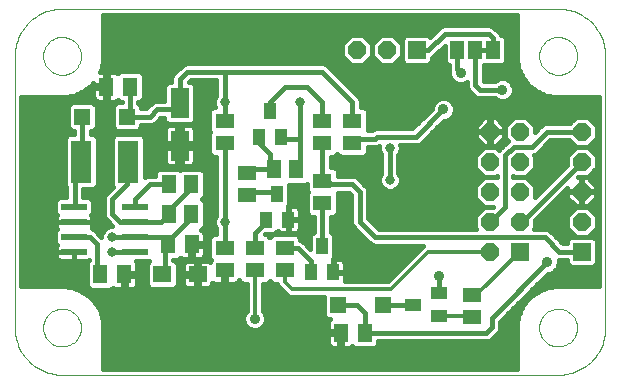
<source format=gtl>
G75*
G70*
%OFA0B0*%
%FSLAX24Y24*%
%IPPOS*%
%LPD*%
%AMOC8*
5,1,8,0,0,1.08239X$1,22.5*
%
%ADD10R,0.0630X0.0512*%
%ADD11R,0.0512X0.0630*%
%ADD12R,0.0866X0.0236*%
%ADD13R,0.0630X0.1024*%
%ADD14R,0.0630X0.0551*%
%ADD15R,0.0600X0.0600*%
%ADD16OC8,0.0600*%
%ADD17R,0.0709X0.1417*%
%ADD18R,0.0551X0.0551*%
%ADD19R,0.0460X0.0630*%
%ADD20R,0.0551X0.0394*%
%ADD21R,0.0394X0.0551*%
%ADD22C,0.0000*%
%ADD23C,0.0160*%
%ADD24C,0.0320*%
%ADD25C,0.0356*%
%ADD26C,0.0120*%
D10*
X010900Y006895D03*
X011900Y006895D03*
X011900Y007643D03*
X010900Y007643D03*
X012900Y007643D03*
X012900Y006895D03*
X014150Y009145D03*
X014150Y009893D03*
X014150Y011145D03*
X015150Y011145D03*
X015150Y011893D03*
X014150Y011893D03*
X011650Y010143D03*
X011650Y009395D03*
X010900Y011145D03*
X010900Y011893D03*
X019154Y006092D03*
X019154Y005344D03*
D11*
X015558Y004814D03*
X014771Y004814D03*
X009794Y007769D03*
X009007Y007769D03*
X009026Y008769D03*
X009774Y008769D03*
X009774Y009769D03*
X009026Y009769D03*
X012526Y010269D03*
X013274Y010269D03*
X007741Y013019D03*
X006954Y013019D03*
X006757Y006769D03*
X007544Y006769D03*
D12*
X007924Y007519D03*
X007924Y008019D03*
X007924Y008519D03*
X007924Y009019D03*
X005877Y009019D03*
X005877Y008519D03*
X005877Y008019D03*
X005877Y007519D03*
D13*
X009400Y011060D03*
X009400Y012478D03*
D14*
X008810Y006769D03*
X009991Y006769D03*
D15*
X020739Y007519D03*
X022798Y007519D03*
X017302Y014243D03*
D16*
X016302Y014243D03*
X015302Y014243D03*
X019739Y011519D03*
X020739Y011519D03*
X020739Y010519D03*
X019739Y010519D03*
X019739Y009519D03*
X020739Y009519D03*
X020739Y008519D03*
X019739Y008519D03*
X019739Y007519D03*
X022798Y008519D03*
X022798Y009519D03*
X022798Y010519D03*
X022798Y011519D03*
D17*
X007688Y010519D03*
X006113Y010519D03*
D18*
X006152Y012019D03*
X007649Y012019D03*
X014670Y005743D03*
X016166Y005743D03*
D19*
X018655Y014243D03*
X019255Y014243D03*
X019855Y014243D03*
D20*
X018035Y006130D03*
X017169Y005756D03*
X018035Y005382D03*
D21*
X014524Y006836D03*
X013776Y006836D03*
X014150Y007702D03*
X013024Y008586D03*
X012276Y008586D03*
X012650Y009452D03*
X012774Y011336D03*
X012026Y011336D03*
X012400Y012202D03*
D22*
X005475Y003417D02*
X022011Y003417D01*
X022011Y003416D02*
X022088Y003418D01*
X022165Y003424D01*
X022242Y003433D01*
X022318Y003446D01*
X022394Y003463D01*
X022468Y003484D01*
X022542Y003508D01*
X022614Y003536D01*
X022684Y003567D01*
X022753Y003602D01*
X022821Y003640D01*
X022886Y003681D01*
X022949Y003726D01*
X023010Y003774D01*
X023069Y003824D01*
X023125Y003877D01*
X023178Y003933D01*
X023228Y003992D01*
X023276Y004053D01*
X023321Y004116D01*
X023362Y004181D01*
X023400Y004249D01*
X023435Y004318D01*
X023466Y004388D01*
X023494Y004460D01*
X023518Y004534D01*
X023539Y004608D01*
X023556Y004684D01*
X023569Y004760D01*
X023578Y004837D01*
X023584Y004914D01*
X023586Y004991D01*
X023586Y014047D01*
X023584Y014124D01*
X023578Y014201D01*
X023569Y014278D01*
X023556Y014354D01*
X023539Y014430D01*
X023518Y014504D01*
X023494Y014578D01*
X023466Y014650D01*
X023435Y014720D01*
X023400Y014789D01*
X023362Y014857D01*
X023321Y014922D01*
X023276Y014985D01*
X023228Y015046D01*
X023178Y015105D01*
X023125Y015161D01*
X023069Y015214D01*
X023010Y015264D01*
X022949Y015312D01*
X022886Y015357D01*
X022821Y015398D01*
X022753Y015436D01*
X022684Y015471D01*
X022614Y015502D01*
X022542Y015530D01*
X022468Y015554D01*
X022394Y015575D01*
X022318Y015592D01*
X022242Y015605D01*
X022165Y015614D01*
X022088Y015620D01*
X022011Y015622D01*
X022011Y015621D02*
X005475Y015621D01*
X005475Y015622D02*
X005398Y015620D01*
X005321Y015614D01*
X005244Y015605D01*
X005168Y015592D01*
X005092Y015575D01*
X005018Y015554D01*
X004944Y015530D01*
X004872Y015502D01*
X004802Y015471D01*
X004733Y015436D01*
X004665Y015398D01*
X004600Y015357D01*
X004537Y015312D01*
X004476Y015264D01*
X004417Y015214D01*
X004361Y015161D01*
X004308Y015105D01*
X004258Y015046D01*
X004210Y014985D01*
X004165Y014922D01*
X004124Y014857D01*
X004086Y014789D01*
X004051Y014720D01*
X004020Y014650D01*
X003992Y014578D01*
X003968Y014504D01*
X003947Y014430D01*
X003930Y014354D01*
X003917Y014278D01*
X003908Y014201D01*
X003902Y014124D01*
X003900Y014047D01*
X003900Y004991D01*
X003902Y004914D01*
X003908Y004837D01*
X003917Y004760D01*
X003930Y004684D01*
X003947Y004608D01*
X003968Y004534D01*
X003992Y004460D01*
X004020Y004388D01*
X004051Y004318D01*
X004086Y004249D01*
X004124Y004181D01*
X004165Y004116D01*
X004210Y004053D01*
X004258Y003992D01*
X004308Y003933D01*
X004361Y003877D01*
X004417Y003824D01*
X004476Y003774D01*
X004537Y003726D01*
X004600Y003681D01*
X004665Y003640D01*
X004733Y003602D01*
X004802Y003567D01*
X004872Y003536D01*
X004944Y003508D01*
X005018Y003484D01*
X005092Y003463D01*
X005168Y003446D01*
X005244Y003433D01*
X005321Y003424D01*
X005398Y003418D01*
X005475Y003416D01*
X004845Y004991D02*
X004847Y005041D01*
X004853Y005091D01*
X004863Y005140D01*
X004877Y005188D01*
X004894Y005235D01*
X004915Y005280D01*
X004940Y005324D01*
X004968Y005365D01*
X005000Y005404D01*
X005034Y005441D01*
X005071Y005475D01*
X005111Y005505D01*
X005153Y005532D01*
X005197Y005556D01*
X005243Y005577D01*
X005290Y005593D01*
X005338Y005606D01*
X005388Y005615D01*
X005437Y005620D01*
X005488Y005621D01*
X005538Y005618D01*
X005587Y005611D01*
X005636Y005600D01*
X005684Y005585D01*
X005730Y005567D01*
X005775Y005545D01*
X005818Y005519D01*
X005859Y005490D01*
X005898Y005458D01*
X005934Y005423D01*
X005966Y005385D01*
X005996Y005345D01*
X006023Y005302D01*
X006046Y005258D01*
X006065Y005212D01*
X006081Y005164D01*
X006093Y005115D01*
X006101Y005066D01*
X006105Y005016D01*
X006105Y004966D01*
X006101Y004916D01*
X006093Y004867D01*
X006081Y004818D01*
X006065Y004770D01*
X006046Y004724D01*
X006023Y004680D01*
X005996Y004637D01*
X005966Y004597D01*
X005934Y004559D01*
X005898Y004524D01*
X005859Y004492D01*
X005818Y004463D01*
X005775Y004437D01*
X005730Y004415D01*
X005684Y004397D01*
X005636Y004382D01*
X005587Y004371D01*
X005538Y004364D01*
X005488Y004361D01*
X005437Y004362D01*
X005388Y004367D01*
X005338Y004376D01*
X005290Y004389D01*
X005243Y004405D01*
X005197Y004426D01*
X005153Y004450D01*
X005111Y004477D01*
X005071Y004507D01*
X005034Y004541D01*
X005000Y004578D01*
X004968Y004617D01*
X004940Y004658D01*
X004915Y004702D01*
X004894Y004747D01*
X004877Y004794D01*
X004863Y004842D01*
X004853Y004891D01*
X004847Y004941D01*
X004845Y004991D01*
X004845Y014047D02*
X004847Y014097D01*
X004853Y014147D01*
X004863Y014196D01*
X004877Y014244D01*
X004894Y014291D01*
X004915Y014336D01*
X004940Y014380D01*
X004968Y014421D01*
X005000Y014460D01*
X005034Y014497D01*
X005071Y014531D01*
X005111Y014561D01*
X005153Y014588D01*
X005197Y014612D01*
X005243Y014633D01*
X005290Y014649D01*
X005338Y014662D01*
X005388Y014671D01*
X005437Y014676D01*
X005488Y014677D01*
X005538Y014674D01*
X005587Y014667D01*
X005636Y014656D01*
X005684Y014641D01*
X005730Y014623D01*
X005775Y014601D01*
X005818Y014575D01*
X005859Y014546D01*
X005898Y014514D01*
X005934Y014479D01*
X005966Y014441D01*
X005996Y014401D01*
X006023Y014358D01*
X006046Y014314D01*
X006065Y014268D01*
X006081Y014220D01*
X006093Y014171D01*
X006101Y014122D01*
X006105Y014072D01*
X006105Y014022D01*
X006101Y013972D01*
X006093Y013923D01*
X006081Y013874D01*
X006065Y013826D01*
X006046Y013780D01*
X006023Y013736D01*
X005996Y013693D01*
X005966Y013653D01*
X005934Y013615D01*
X005898Y013580D01*
X005859Y013548D01*
X005818Y013519D01*
X005775Y013493D01*
X005730Y013471D01*
X005684Y013453D01*
X005636Y013438D01*
X005587Y013427D01*
X005538Y013420D01*
X005488Y013417D01*
X005437Y013418D01*
X005388Y013423D01*
X005338Y013432D01*
X005290Y013445D01*
X005243Y013461D01*
X005197Y013482D01*
X005153Y013506D01*
X005111Y013533D01*
X005071Y013563D01*
X005034Y013597D01*
X005000Y013634D01*
X004968Y013673D01*
X004940Y013714D01*
X004915Y013758D01*
X004894Y013803D01*
X004877Y013850D01*
X004863Y013898D01*
X004853Y013947D01*
X004847Y013997D01*
X004845Y014047D01*
X021381Y014047D02*
X021383Y014097D01*
X021389Y014147D01*
X021399Y014196D01*
X021413Y014244D01*
X021430Y014291D01*
X021451Y014336D01*
X021476Y014380D01*
X021504Y014421D01*
X021536Y014460D01*
X021570Y014497D01*
X021607Y014531D01*
X021647Y014561D01*
X021689Y014588D01*
X021733Y014612D01*
X021779Y014633D01*
X021826Y014649D01*
X021874Y014662D01*
X021924Y014671D01*
X021973Y014676D01*
X022024Y014677D01*
X022074Y014674D01*
X022123Y014667D01*
X022172Y014656D01*
X022220Y014641D01*
X022266Y014623D01*
X022311Y014601D01*
X022354Y014575D01*
X022395Y014546D01*
X022434Y014514D01*
X022470Y014479D01*
X022502Y014441D01*
X022532Y014401D01*
X022559Y014358D01*
X022582Y014314D01*
X022601Y014268D01*
X022617Y014220D01*
X022629Y014171D01*
X022637Y014122D01*
X022641Y014072D01*
X022641Y014022D01*
X022637Y013972D01*
X022629Y013923D01*
X022617Y013874D01*
X022601Y013826D01*
X022582Y013780D01*
X022559Y013736D01*
X022532Y013693D01*
X022502Y013653D01*
X022470Y013615D01*
X022434Y013580D01*
X022395Y013548D01*
X022354Y013519D01*
X022311Y013493D01*
X022266Y013471D01*
X022220Y013453D01*
X022172Y013438D01*
X022123Y013427D01*
X022074Y013420D01*
X022024Y013417D01*
X021973Y013418D01*
X021924Y013423D01*
X021874Y013432D01*
X021826Y013445D01*
X021779Y013461D01*
X021733Y013482D01*
X021689Y013506D01*
X021647Y013533D01*
X021607Y013563D01*
X021570Y013597D01*
X021536Y013634D01*
X021504Y013673D01*
X021476Y013714D01*
X021451Y013758D01*
X021430Y013803D01*
X021413Y013850D01*
X021399Y013898D01*
X021389Y013947D01*
X021383Y013997D01*
X021381Y014047D01*
X021381Y004991D02*
X021383Y005041D01*
X021389Y005091D01*
X021399Y005140D01*
X021413Y005188D01*
X021430Y005235D01*
X021451Y005280D01*
X021476Y005324D01*
X021504Y005365D01*
X021536Y005404D01*
X021570Y005441D01*
X021607Y005475D01*
X021647Y005505D01*
X021689Y005532D01*
X021733Y005556D01*
X021779Y005577D01*
X021826Y005593D01*
X021874Y005606D01*
X021924Y005615D01*
X021973Y005620D01*
X022024Y005621D01*
X022074Y005618D01*
X022123Y005611D01*
X022172Y005600D01*
X022220Y005585D01*
X022266Y005567D01*
X022311Y005545D01*
X022354Y005519D01*
X022395Y005490D01*
X022434Y005458D01*
X022470Y005423D01*
X022502Y005385D01*
X022532Y005345D01*
X022559Y005302D01*
X022582Y005258D01*
X022601Y005212D01*
X022617Y005164D01*
X022629Y005115D01*
X022637Y005066D01*
X022641Y005016D01*
X022641Y004966D01*
X022637Y004916D01*
X022629Y004867D01*
X022617Y004818D01*
X022601Y004770D01*
X022582Y004724D01*
X022559Y004680D01*
X022532Y004637D01*
X022502Y004597D01*
X022470Y004559D01*
X022434Y004524D01*
X022395Y004492D01*
X022354Y004463D01*
X022311Y004437D01*
X022266Y004415D01*
X022220Y004397D01*
X022172Y004382D01*
X022123Y004371D01*
X022074Y004364D01*
X022024Y004361D01*
X021973Y004362D01*
X021924Y004367D01*
X021874Y004376D01*
X021826Y004389D01*
X021779Y004405D01*
X021733Y004426D01*
X021689Y004450D01*
X021647Y004477D01*
X021607Y004507D01*
X021570Y004541D01*
X021536Y004578D01*
X021504Y004617D01*
X021476Y004658D01*
X021451Y004702D01*
X021430Y004747D01*
X021413Y004794D01*
X021399Y004842D01*
X021389Y004891D01*
X021383Y004941D01*
X021381Y004991D01*
D23*
X020635Y005080D02*
X020630Y005074D01*
X020630Y004999D01*
X020624Y004923D01*
X020630Y004917D01*
X020630Y003617D01*
X006856Y003617D01*
X006856Y004917D01*
X006862Y004923D01*
X006856Y004999D01*
X006856Y005074D01*
X006851Y005080D01*
X006849Y005107D01*
X006857Y005121D01*
X006843Y005188D01*
X006838Y005256D01*
X006826Y005267D01*
X006818Y005302D01*
X006825Y005316D01*
X006801Y005381D01*
X006786Y005448D01*
X006773Y005456D01*
X006760Y005490D01*
X006765Y005505D01*
X006732Y005565D01*
X006708Y005630D01*
X006693Y005636D01*
X006676Y005667D01*
X006679Y005684D01*
X006637Y005738D01*
X006605Y005799D01*
X006589Y005803D01*
X006568Y005832D01*
X006568Y005848D01*
X006519Y005896D01*
X006478Y005951D01*
X006462Y005953D01*
X006437Y005978D01*
X006435Y005995D01*
X006380Y006036D01*
X006332Y006084D01*
X006315Y006084D01*
X006287Y006105D01*
X006282Y006121D01*
X006222Y006154D01*
X006167Y006195D01*
X006151Y006193D01*
X006120Y006209D01*
X006113Y006224D01*
X006049Y006248D01*
X005989Y006281D01*
X005973Y006276D01*
X005940Y006289D01*
X005931Y006303D01*
X005864Y006317D01*
X005800Y006341D01*
X005786Y006334D01*
X005751Y006342D01*
X005740Y006354D01*
X005672Y006359D01*
X005605Y006374D01*
X005591Y006365D01*
X005564Y006367D01*
X005558Y006373D01*
X005482Y006373D01*
X005407Y006378D01*
X005401Y006373D01*
X004100Y006373D01*
X004100Y012666D01*
X005401Y012666D01*
X005407Y012660D01*
X005482Y012666D01*
X005558Y012666D01*
X005564Y012671D01*
X005591Y012673D01*
X005605Y012664D01*
X005672Y012679D01*
X005740Y012684D01*
X005751Y012696D01*
X005786Y012704D01*
X005800Y012697D01*
X005864Y012721D01*
X005931Y012736D01*
X005940Y012749D01*
X005973Y012762D01*
X005989Y012757D01*
X006049Y012790D01*
X006113Y012814D01*
X006120Y012829D01*
X006151Y012846D01*
X006167Y012843D01*
X006222Y012884D01*
X006282Y012917D01*
X006287Y012933D01*
X006315Y012954D01*
X006332Y012954D01*
X006380Y013002D01*
X006435Y013044D01*
X006437Y013060D01*
X006462Y013085D01*
X006478Y013087D01*
X006518Y013140D01*
X006518Y013067D01*
X006905Y013067D01*
X006905Y012971D01*
X006518Y012971D01*
X006518Y012680D01*
X006530Y012635D01*
X006554Y012594D01*
X006587Y012560D01*
X006628Y012536D01*
X006674Y012524D01*
X006906Y012524D01*
X006906Y012971D01*
X007002Y012971D01*
X007002Y012524D01*
X007233Y012524D01*
X007279Y012536D01*
X007320Y012560D01*
X007333Y012573D01*
X007402Y012504D01*
X007461Y012504D01*
X007461Y012495D01*
X007290Y012495D01*
X007173Y012377D01*
X007173Y011661D01*
X006628Y011661D01*
X006628Y012377D01*
X006511Y012495D01*
X005794Y012495D01*
X005677Y012377D01*
X005677Y011661D01*
X004100Y011661D01*
X004100Y011819D02*
X005677Y011819D01*
X005677Y011661D02*
X005794Y011543D01*
X005870Y011543D01*
X005870Y011428D01*
X005676Y011428D01*
X005559Y011311D01*
X005559Y009728D01*
X005620Y009666D01*
X005620Y009337D01*
X005361Y009337D01*
X005244Y009220D01*
X005244Y008818D01*
X005307Y008755D01*
X005300Y008748D01*
X005276Y008707D01*
X005264Y008661D01*
X005264Y008519D01*
X005264Y008377D01*
X005276Y008331D01*
X005300Y008290D01*
X005307Y008283D01*
X005244Y008220D01*
X005244Y007818D01*
X005307Y007755D01*
X005300Y007748D01*
X005276Y007707D01*
X005264Y007661D01*
X005264Y007519D01*
X005264Y007377D01*
X005276Y007331D01*
X005300Y007290D01*
X005333Y007257D01*
X005374Y007233D01*
X005420Y007221D01*
X005877Y007221D01*
X006334Y007221D01*
X006363Y007229D01*
X006301Y007167D01*
X006301Y006371D01*
X006418Y006254D01*
X007096Y006254D01*
X007165Y006323D01*
X007178Y006310D01*
X007219Y006286D01*
X007265Y006274D01*
X007496Y006274D01*
X007496Y006721D01*
X007592Y006721D01*
X007592Y006274D01*
X007824Y006274D01*
X007870Y006286D01*
X007911Y006310D01*
X007944Y006344D01*
X007968Y006385D01*
X007980Y006430D01*
X007980Y006721D01*
X007592Y006721D01*
X007592Y006817D01*
X007980Y006817D01*
X007980Y007108D01*
X007968Y007153D01*
X007944Y007195D01*
X007938Y007201D01*
X008368Y007201D01*
X008295Y007127D01*
X008295Y006411D01*
X008412Y006293D01*
X009208Y006293D01*
X009325Y006411D01*
X009325Y007127D01*
X009208Y007245D01*
X009180Y007245D01*
X009180Y007254D01*
X009346Y007254D01*
X009415Y007323D01*
X009428Y007310D01*
X009469Y007286D01*
X009515Y007274D01*
X009746Y007274D01*
X009746Y007721D01*
X009842Y007721D01*
X009842Y007274D01*
X010074Y007274D01*
X010120Y007286D01*
X010161Y007310D01*
X010194Y007344D01*
X010218Y007385D01*
X010230Y007430D01*
X010230Y007721D01*
X009842Y007721D01*
X009842Y007817D01*
X010230Y007817D01*
X010230Y008108D01*
X010218Y008153D01*
X010194Y008195D01*
X010161Y008228D01*
X010120Y008252D01*
X010111Y008254D01*
X010113Y008254D01*
X010230Y008371D01*
X010230Y009167D01*
X010128Y009269D01*
X010230Y009371D01*
X010230Y010167D01*
X010113Y010284D01*
X009436Y010284D01*
X009400Y010249D01*
X009365Y010284D01*
X008688Y010284D01*
X008571Y010167D01*
X008571Y010049D01*
X008456Y010049D01*
X008345Y010049D01*
X008242Y010006D01*
X008242Y011311D01*
X008125Y011428D01*
X007251Y011428D01*
X007134Y011311D01*
X007134Y009728D01*
X007173Y009688D01*
X006992Y009506D01*
X006913Y009428D01*
X006870Y009325D01*
X006870Y008713D01*
X006913Y008610D01*
X006992Y008532D01*
X007145Y008379D01*
X007079Y008379D01*
X006947Y008324D01*
X006845Y008223D01*
X006790Y008091D01*
X006790Y008025D01*
X006559Y008256D01*
X006458Y008298D01*
X006478Y008331D01*
X006490Y008377D01*
X006490Y008519D01*
X006490Y008661D01*
X006478Y008707D01*
X006454Y008748D01*
X006447Y008755D01*
X006510Y008818D01*
X006510Y009220D01*
X006393Y009337D01*
X006180Y009337D01*
X006180Y009610D01*
X006550Y009610D01*
X006667Y009728D01*
X006667Y011311D01*
X006550Y011428D01*
X006430Y011428D01*
X006430Y011543D01*
X006511Y011543D01*
X006628Y011661D01*
X006628Y011819D02*
X007173Y011819D01*
X007173Y011661D02*
X007290Y011543D01*
X008007Y011543D01*
X008124Y011661D01*
X008929Y011661D01*
X008918Y011642D02*
X008906Y011596D01*
X008906Y011138D01*
X009323Y011138D01*
X009323Y011752D01*
X009062Y011752D01*
X009016Y011740D01*
X008975Y011716D01*
X008941Y011683D01*
X008918Y011642D01*
X008906Y011502D02*
X006430Y011502D01*
X006634Y011344D02*
X007167Y011344D01*
X007134Y011185D02*
X006667Y011185D01*
X006667Y011027D02*
X007134Y011027D01*
X007134Y010868D02*
X006667Y010868D01*
X006667Y010710D02*
X007134Y010710D01*
X007134Y010551D02*
X006667Y010551D01*
X006667Y010393D02*
X007134Y010393D01*
X007134Y010234D02*
X006667Y010234D01*
X006667Y010076D02*
X007134Y010076D01*
X007134Y009917D02*
X006667Y009917D01*
X006667Y009758D02*
X007134Y009758D01*
X007085Y009600D02*
X006180Y009600D01*
X006180Y009441D02*
X006927Y009441D01*
X006870Y009283D02*
X006447Y009283D01*
X006510Y009124D02*
X006870Y009124D01*
X006870Y008966D02*
X006510Y008966D01*
X006499Y008807D02*
X006870Y008807D01*
X006897Y008649D02*
X006490Y008649D01*
X006490Y008519D02*
X005877Y008519D01*
X005150Y008519D01*
X004900Y008269D01*
X004900Y007769D01*
X005150Y007519D01*
X005877Y007519D01*
X005877Y007221D01*
X005877Y007519D01*
X005877Y007519D01*
X005876Y007519D02*
X005264Y007519D01*
X005876Y007519D01*
X005876Y007519D01*
X005877Y007380D02*
X005877Y007380D01*
X005877Y007222D02*
X005877Y007222D01*
X005417Y007222D02*
X004100Y007222D01*
X004100Y007380D02*
X005264Y007380D01*
X005264Y007539D02*
X004100Y007539D01*
X004100Y007697D02*
X005274Y007697D01*
X005244Y007856D02*
X004100Y007856D01*
X004100Y008014D02*
X005244Y008014D01*
X005244Y008173D02*
X004100Y008173D01*
X004100Y008332D02*
X005276Y008332D01*
X005264Y008490D02*
X004100Y008490D01*
X004100Y008649D02*
X005264Y008649D01*
X005264Y008519D02*
X005876Y008519D01*
X005264Y008519D01*
X005255Y008807D02*
X004100Y008807D01*
X004100Y008966D02*
X005244Y008966D01*
X005244Y009124D02*
X004100Y009124D01*
X004100Y009283D02*
X005307Y009283D01*
X005620Y009441D02*
X004100Y009441D01*
X004100Y009600D02*
X005620Y009600D01*
X005559Y009758D02*
X004100Y009758D01*
X004100Y009917D02*
X005559Y009917D01*
X005559Y010076D02*
X004100Y010076D01*
X004100Y010234D02*
X005559Y010234D01*
X005559Y010393D02*
X004100Y010393D01*
X004100Y010551D02*
X005559Y010551D01*
X005559Y010710D02*
X004100Y010710D01*
X004100Y010868D02*
X005559Y010868D01*
X005559Y011027D02*
X004100Y011027D01*
X004100Y011185D02*
X005559Y011185D01*
X005592Y011344D02*
X004100Y011344D01*
X004100Y011502D02*
X005870Y011502D01*
X005677Y011978D02*
X004100Y011978D01*
X004100Y012137D02*
X005677Y012137D01*
X005677Y012295D02*
X004100Y012295D01*
X004100Y012454D02*
X005753Y012454D01*
X006014Y012771D02*
X006518Y012771D01*
X006518Y012929D02*
X006286Y012929D01*
X006479Y013088D02*
X006518Y013088D01*
X006906Y013088D02*
X007002Y013088D01*
X007002Y013067D02*
X006906Y013067D01*
X006906Y013514D01*
X006755Y013514D01*
X006765Y013533D01*
X006760Y013548D01*
X006773Y013582D01*
X006786Y013590D01*
X006801Y013657D01*
X006825Y013722D01*
X009457Y013722D01*
X009492Y013756D02*
X009242Y013506D01*
X009163Y013428D01*
X009120Y013325D01*
X009120Y013189D01*
X009003Y013189D01*
X008886Y013072D01*
X008886Y012549D01*
X008595Y012549D01*
X008492Y012506D01*
X008413Y012428D01*
X008284Y012299D01*
X008124Y012299D01*
X008124Y012377D01*
X008021Y012481D01*
X008021Y012504D01*
X008080Y012504D01*
X008197Y012621D01*
X008197Y013417D01*
X008080Y013534D01*
X007402Y013534D01*
X007333Y013465D01*
X007320Y013478D01*
X007279Y013502D01*
X007233Y013514D01*
X007002Y013514D01*
X007002Y013067D01*
X007002Y012929D02*
X006906Y012929D01*
X006906Y012771D02*
X007002Y012771D01*
X007002Y012612D02*
X006906Y012612D01*
X006543Y012612D02*
X004100Y012612D01*
X006113Y011980D02*
X006152Y012019D01*
X006150Y012017D01*
X006150Y010519D01*
X006113Y010519D01*
X005877Y010283D01*
X005900Y010259D01*
X005900Y009019D01*
X005877Y009019D01*
X005876Y008519D02*
X005876Y008519D01*
X005877Y008519D02*
X005877Y008519D01*
X006490Y008519D01*
X006490Y008490D02*
X007033Y008490D01*
X006964Y008332D02*
X006478Y008332D01*
X006642Y008173D02*
X006825Y008173D01*
X007150Y008019D02*
X007924Y008019D01*
X008900Y008019D01*
X008900Y007769D01*
X008900Y006860D01*
X008810Y006769D01*
X008880Y006769D01*
X008860Y006749D01*
X009325Y006746D02*
X009933Y006746D01*
X009933Y006711D02*
X009496Y006711D01*
X009496Y006470D01*
X009508Y006424D01*
X009532Y006383D01*
X009566Y006349D01*
X009607Y006326D01*
X009652Y006313D01*
X009933Y006313D01*
X009933Y006711D01*
X010049Y006711D01*
X010049Y006313D01*
X010330Y006313D01*
X010375Y006326D01*
X010416Y006349D01*
X010450Y006383D01*
X010474Y006424D01*
X010486Y006470D01*
X010486Y006489D01*
X010516Y006471D01*
X010562Y006459D01*
X010852Y006459D01*
X010852Y006847D01*
X010948Y006847D01*
X010948Y006459D01*
X011239Y006459D01*
X011285Y006471D01*
X011326Y006495D01*
X011359Y006529D01*
X011383Y006570D01*
X011386Y006579D01*
X011386Y006556D01*
X011503Y006439D01*
X011640Y006439D01*
X011640Y005560D01*
X011580Y005499D01*
X011522Y005360D01*
X011522Y005210D01*
X011580Y005071D01*
X011686Y004964D01*
X011825Y004907D01*
X011976Y004907D01*
X012115Y004964D01*
X012221Y005071D01*
X012279Y005210D01*
X012279Y005360D01*
X012221Y005499D01*
X012160Y005560D01*
X012160Y006439D01*
X012298Y006439D01*
X012400Y006541D01*
X012503Y006439D01*
X012652Y006439D01*
X012680Y006372D01*
X012753Y006299D01*
X013003Y006049D01*
X013099Y006009D01*
X013202Y006009D01*
X014195Y006009D01*
X014195Y005385D01*
X014312Y005268D01*
X014399Y005268D01*
X014371Y005240D01*
X014347Y005199D01*
X014335Y005153D01*
X014335Y004862D01*
X014722Y004862D01*
X014722Y004766D01*
X014335Y004766D01*
X014335Y004476D01*
X014347Y004430D01*
X014371Y004389D01*
X014404Y004355D01*
X014445Y004332D01*
X014491Y004319D01*
X014723Y004319D01*
X014723Y004766D01*
X014819Y004766D01*
X014819Y004319D01*
X015050Y004319D01*
X015096Y004332D01*
X015137Y004355D01*
X015150Y004368D01*
X015151Y004368D01*
X015150Y004368D02*
X015219Y004299D01*
X015897Y004299D01*
X016014Y004416D01*
X016014Y004534D01*
X019552Y004534D01*
X019664Y004534D01*
X019767Y004577D01*
X019949Y004760D01*
X020028Y004838D01*
X020071Y004941D01*
X020071Y005191D01*
X021668Y006789D01*
X021726Y006789D01*
X021865Y006846D01*
X021971Y006952D01*
X022029Y007091D01*
X022029Y007239D01*
X022100Y007239D01*
X022298Y007239D01*
X022298Y007136D01*
X022415Y007019D01*
X023181Y007019D01*
X023298Y007136D01*
X023298Y007902D01*
X023181Y008019D01*
X022415Y008019D01*
X022298Y007902D01*
X022298Y007799D01*
X022160Y007799D01*
X021797Y008162D01*
X021719Y008241D01*
X021616Y008283D01*
X021210Y008283D01*
X021239Y008312D01*
X021239Y008564D01*
X022318Y009643D01*
X022318Y009539D01*
X022778Y009539D01*
X022778Y009499D01*
X022318Y009499D01*
X022318Y009320D01*
X022599Y009039D01*
X022778Y009039D01*
X022778Y009499D01*
X022818Y009499D01*
X022818Y009039D01*
X022997Y009039D01*
X023278Y009320D01*
X023278Y009499D01*
X022818Y009499D01*
X022818Y009539D01*
X022778Y009539D01*
X022778Y009999D01*
X022674Y009999D01*
X022694Y010019D01*
X023005Y010019D01*
X023298Y010312D01*
X023298Y010726D01*
X023005Y011019D01*
X023298Y011312D01*
X023298Y011726D01*
X023005Y012019D01*
X022591Y012019D01*
X022371Y011799D01*
X021680Y011799D01*
X021676Y011800D01*
X021624Y011799D01*
X021572Y011799D01*
X021569Y011797D01*
X021565Y011797D01*
X021517Y011776D01*
X021469Y011756D01*
X021466Y011754D01*
X021463Y011752D01*
X021427Y011714D01*
X021390Y011678D01*
X021389Y011674D01*
X021239Y011516D01*
X021239Y011726D01*
X020946Y012019D01*
X020532Y012019D01*
X020239Y011726D01*
X020239Y011312D01*
X020333Y011218D01*
X020080Y010966D01*
X020040Y010925D01*
X019946Y011019D01*
X019532Y011019D01*
X019239Y010726D01*
X019239Y010312D01*
X019532Y010019D01*
X019239Y009726D01*
X019239Y009312D01*
X019532Y009019D01*
X019239Y008726D01*
X019239Y008312D01*
X019268Y008283D01*
X019199Y008283D01*
X018994Y008283D01*
X016032Y008283D01*
X015680Y008635D01*
X015680Y009463D01*
X015680Y009575D01*
X015638Y009678D01*
X015309Y010006D01*
X015206Y010049D01*
X015095Y010049D01*
X014665Y010049D01*
X014665Y010232D01*
X014548Y010349D01*
X014430Y010349D01*
X014430Y010689D01*
X014548Y010689D01*
X014650Y010791D01*
X014753Y010689D01*
X015548Y010689D01*
X015665Y010806D01*
X015665Y011012D01*
X015845Y011012D01*
X015956Y011012D01*
X016040Y011047D01*
X016040Y010908D01*
X016095Y010775D01*
X016120Y010750D01*
X016120Y010146D01*
X016095Y010121D01*
X016040Y009988D01*
X016040Y009845D01*
X016095Y009713D01*
X016197Y009611D01*
X016329Y009557D01*
X016472Y009557D01*
X016604Y009611D01*
X016706Y009713D01*
X016760Y009845D01*
X016760Y009988D01*
X016706Y010121D01*
X016680Y010146D01*
X016680Y010750D01*
X016706Y010775D01*
X016760Y010908D01*
X016760Y011051D01*
X016751Y011074D01*
X017217Y011074D01*
X017329Y011074D01*
X017432Y011117D01*
X018206Y011891D01*
X018263Y011891D01*
X018402Y011949D01*
X018508Y012055D01*
X018566Y012194D01*
X018566Y012344D01*
X018508Y012483D01*
X018402Y012590D01*
X018263Y012647D01*
X018113Y012647D01*
X017974Y012590D01*
X017867Y012483D01*
X017810Y012344D01*
X017810Y012287D01*
X017157Y011634D01*
X016019Y011634D01*
X015907Y011634D01*
X015804Y011592D01*
X015784Y011572D01*
X015665Y011572D01*
X015665Y012232D01*
X015548Y012349D01*
X015430Y012349D01*
X015430Y012463D01*
X015430Y012575D01*
X015388Y012678D01*
X014388Y013678D01*
X014309Y013756D01*
X014206Y013799D01*
X010956Y013799D01*
X010845Y013799D01*
X009706Y013799D01*
X009595Y013799D01*
X009492Y013756D01*
X009299Y013563D02*
X006766Y013563D01*
X006825Y013722D02*
X006818Y013736D01*
X006826Y013771D01*
X006838Y013782D01*
X006843Y013850D01*
X006857Y013917D01*
X006849Y013931D01*
X006851Y013958D01*
X006856Y013964D01*
X006856Y014039D01*
X014802Y014039D01*
X014802Y014036D02*
X015095Y013743D01*
X015509Y013743D01*
X015802Y014036D01*
X015802Y014451D01*
X015509Y014743D01*
X015095Y014743D01*
X014802Y014451D01*
X014802Y014036D01*
X014802Y014198D02*
X006856Y014198D01*
X006856Y014121D02*
X006856Y015421D01*
X020630Y015421D01*
X020630Y014121D01*
X020624Y014115D01*
X020630Y014039D01*
X020285Y014039D01*
X020285Y013881D02*
X020636Y013881D01*
X020643Y013850D02*
X020648Y013782D01*
X020660Y013771D01*
X020668Y013736D01*
X020661Y013722D01*
X019535Y013722D01*
X019535Y013728D02*
X019542Y013728D01*
X020168Y013728D01*
X020285Y013846D01*
X020285Y014641D01*
X020168Y014758D01*
X020098Y014758D01*
X020083Y014796D01*
X020004Y014874D01*
X019852Y015026D01*
X019749Y015069D01*
X019638Y015069D01*
X018236Y015069D01*
X018181Y015069D01*
X018180Y015069D01*
X018132Y015049D01*
X018078Y015027D01*
X018077Y015027D01*
X018077Y015026D01*
X018040Y014989D01*
X017738Y014690D01*
X017685Y014743D01*
X016919Y014743D01*
X016802Y014626D01*
X016802Y013861D01*
X016919Y013743D01*
X017685Y013743D01*
X017802Y013861D01*
X017802Y013990D01*
X017847Y014009D01*
X017848Y014009D01*
X017885Y014046D01*
X018225Y014384D01*
X018225Y013846D01*
X018342Y013728D01*
X018375Y013728D01*
X018375Y013651D01*
X018375Y013539D01*
X018384Y013517D01*
X018384Y013412D01*
X018442Y013273D01*
X018548Y013167D01*
X018687Y013109D01*
X018837Y013109D01*
X018975Y013166D01*
X018975Y013118D01*
X018975Y013007D01*
X019017Y012904D01*
X019242Y012679D01*
X019345Y012637D01*
X019456Y012637D01*
X019896Y012637D01*
X019936Y012596D01*
X020075Y012539D01*
X020226Y012539D01*
X020365Y012596D01*
X020471Y012702D01*
X020529Y012841D01*
X020529Y012992D01*
X020471Y013131D01*
X020365Y013237D01*
X020226Y013295D01*
X020075Y013295D01*
X019936Y013237D01*
X019896Y013197D01*
X019535Y013197D01*
X019535Y013728D01*
X019535Y013563D02*
X020720Y013563D01*
X020726Y013548D02*
X020721Y013533D01*
X020754Y013473D01*
X020778Y013408D01*
X020793Y013402D01*
X020810Y013371D01*
X020807Y013354D01*
X020848Y013300D01*
X020881Y013240D01*
X020897Y013235D01*
X020918Y013207D01*
X020918Y013190D01*
X020967Y013142D01*
X021008Y013087D01*
X021024Y013085D01*
X021049Y013060D01*
X021051Y013044D01*
X021106Y013002D01*
X021154Y012954D01*
X021171Y012954D01*
X021199Y012933D01*
X021204Y012917D01*
X021264Y012884D01*
X021319Y012843D01*
X021335Y012846D01*
X021366Y012829D01*
X021373Y012814D01*
X021437Y012790D01*
X021497Y012757D01*
X021513Y012762D01*
X021546Y012749D01*
X021554Y012736D01*
X021621Y012721D01*
X021686Y012697D01*
X021700Y012704D01*
X021735Y012696D01*
X021746Y012684D01*
X021814Y012679D01*
X021881Y012664D01*
X021895Y012673D01*
X021922Y012671D01*
X021928Y012666D01*
X022004Y012666D01*
X022079Y012660D01*
X022085Y012666D01*
X023386Y012666D01*
X023386Y006373D01*
X022085Y006373D01*
X022079Y006378D01*
X022004Y006373D01*
X021928Y006373D01*
X021922Y006367D01*
X021895Y006365D01*
X021881Y006374D01*
X021814Y006359D01*
X021746Y006354D01*
X021735Y006342D01*
X021700Y006334D01*
X021686Y006341D01*
X021622Y006317D01*
X021554Y006303D01*
X021546Y006289D01*
X021513Y006276D01*
X021497Y006281D01*
X021437Y006248D01*
X021373Y006224D01*
X021366Y006209D01*
X021335Y006193D01*
X021319Y006195D01*
X021264Y006154D01*
X021204Y006121D01*
X021199Y006105D01*
X021171Y006084D01*
X021154Y006084D01*
X021106Y006036D01*
X021051Y005995D01*
X021049Y005978D01*
X021024Y005953D01*
X020833Y005953D01*
X020918Y005848D02*
X020918Y005832D01*
X020897Y005803D01*
X020881Y005799D01*
X020848Y005738D01*
X020807Y005684D01*
X020810Y005667D01*
X020793Y005636D01*
X020516Y005636D01*
X020357Y005478D02*
X020721Y005478D01*
X020726Y005490D02*
X020713Y005456D01*
X020700Y005448D01*
X020685Y005381D01*
X020661Y005316D01*
X020668Y005302D01*
X020660Y005267D01*
X020648Y005256D01*
X020643Y005188D01*
X020629Y005121D01*
X020637Y005107D01*
X020635Y005080D01*
X020630Y005002D02*
X020071Y005002D01*
X020071Y005161D02*
X020637Y005161D01*
X020662Y005319D02*
X020199Y005319D01*
X019791Y005307D02*
X021650Y007167D01*
X021923Y006905D02*
X023386Y006905D01*
X023386Y007063D02*
X023225Y007063D01*
X023298Y007222D02*
X023386Y007222D01*
X023386Y007380D02*
X023298Y007380D01*
X023298Y007539D02*
X023386Y007539D01*
X023386Y007697D02*
X023298Y007697D01*
X023298Y007856D02*
X023386Y007856D01*
X023386Y008014D02*
X023186Y008014D01*
X023159Y008173D02*
X023386Y008173D01*
X023386Y008332D02*
X023298Y008332D01*
X023298Y008312D02*
X023005Y008019D01*
X022591Y008019D01*
X022298Y008312D01*
X022298Y008726D01*
X022591Y009019D01*
X023005Y009019D01*
X023298Y008726D01*
X023298Y008312D01*
X023298Y008490D02*
X023386Y008490D01*
X023386Y008649D02*
X023298Y008649D01*
X023217Y008807D02*
X023386Y008807D01*
X023386Y008966D02*
X023059Y008966D01*
X023082Y009124D02*
X023386Y009124D01*
X023386Y009283D02*
X023241Y009283D01*
X023278Y009441D02*
X023386Y009441D01*
X023278Y009539D02*
X023278Y009718D01*
X022997Y009999D01*
X022818Y009999D01*
X022818Y009539D01*
X023278Y009539D01*
X023278Y009600D02*
X023386Y009600D01*
X023386Y009758D02*
X023237Y009758D01*
X023386Y009917D02*
X023079Y009917D01*
X023062Y010076D02*
X023386Y010076D01*
X023386Y010234D02*
X023220Y010234D01*
X023298Y010393D02*
X023386Y010393D01*
X023386Y010551D02*
X023298Y010551D01*
X023298Y010710D02*
X023386Y010710D01*
X023386Y010868D02*
X023156Y010868D01*
X023005Y011019D02*
X022591Y011019D01*
X022298Y010726D01*
X022298Y010415D01*
X021239Y009356D01*
X021239Y009726D01*
X020946Y010019D01*
X021239Y010312D01*
X021239Y010726D01*
X021224Y010741D01*
X021261Y010758D01*
X021309Y010778D01*
X021312Y010781D01*
X021315Y010782D01*
X021351Y010820D01*
X021388Y010856D01*
X021389Y010860D01*
X021748Y011239D01*
X022371Y011239D01*
X022591Y011019D01*
X023005Y011019D01*
X023013Y011027D02*
X023386Y011027D01*
X023386Y011185D02*
X023171Y011185D01*
X023298Y011344D02*
X023386Y011344D01*
X023386Y011502D02*
X023298Y011502D01*
X023298Y011661D02*
X023386Y011661D01*
X023386Y011819D02*
X023205Y011819D01*
X023046Y011978D02*
X023386Y011978D01*
X023386Y012137D02*
X018542Y012137D01*
X018566Y012295D02*
X023386Y012295D01*
X023386Y012454D02*
X018521Y012454D01*
X018347Y012612D02*
X019920Y012612D01*
X020150Y012917D02*
X019400Y012917D01*
X019255Y013062D01*
X019255Y014243D01*
X019452Y014234D02*
X019845Y014234D01*
X019855Y014243D02*
X019845Y014253D01*
X019845Y014637D01*
X019693Y014789D01*
X018236Y014789D01*
X017689Y014247D01*
X017413Y014247D01*
X017302Y014243D01*
X016802Y014198D02*
X016802Y014198D01*
X016802Y014356D02*
X016802Y014356D01*
X016802Y014451D02*
X016509Y014743D01*
X016095Y014743D01*
X015802Y014451D01*
X015802Y014036D01*
X016095Y013743D01*
X016509Y013743D01*
X016802Y014036D01*
X016802Y014451D01*
X016802Y014515D02*
X016738Y014515D01*
X016849Y014673D02*
X016579Y014673D01*
X016025Y014673D02*
X015579Y014673D01*
X015738Y014515D02*
X015866Y014515D01*
X015802Y014356D02*
X015802Y014356D01*
X015802Y014198D02*
X015802Y014198D01*
X015802Y014039D02*
X015802Y014039D01*
X015646Y013881D02*
X015958Y013881D01*
X016646Y013881D02*
X016802Y013881D01*
X016802Y014039D02*
X016802Y014039D01*
X017802Y013881D02*
X018225Y013881D01*
X018225Y014039D02*
X017877Y014039D01*
X017847Y014009D02*
X017847Y014009D01*
X018037Y014198D02*
X018225Y014198D01*
X018225Y014356D02*
X018197Y014356D01*
X018655Y014243D02*
X018655Y013595D01*
X018762Y013488D01*
X018469Y013246D02*
X014819Y013246D01*
X014978Y013088D02*
X018975Y013088D01*
X019007Y012929D02*
X015136Y012929D01*
X015295Y012771D02*
X019150Y012771D01*
X019535Y013246D02*
X019958Y013246D01*
X019535Y013405D02*
X020786Y013405D01*
X020726Y013548D02*
X020713Y013582D01*
X020700Y013590D01*
X020685Y013657D01*
X020661Y013722D01*
X020643Y013850D02*
X020629Y013917D01*
X020637Y013931D01*
X020635Y013958D01*
X020630Y013964D01*
X020630Y014039D01*
X020630Y014198D02*
X020285Y014198D01*
X020285Y014356D02*
X020630Y014356D01*
X020630Y014515D02*
X020285Y014515D01*
X020253Y014673D02*
X020630Y014673D01*
X020630Y014832D02*
X020047Y014832D01*
X019888Y014990D02*
X020630Y014990D01*
X020630Y015149D02*
X006856Y015149D01*
X006856Y015307D02*
X020630Y015307D01*
X018180Y015069D02*
X018180Y015069D01*
X018041Y014990D02*
X006856Y014990D01*
X006856Y014832D02*
X017881Y014832D01*
X018375Y013722D02*
X014343Y013722D01*
X014502Y013563D02*
X018375Y013563D01*
X018387Y013405D02*
X014661Y013405D01*
X014150Y013519D02*
X010900Y013519D01*
X010900Y012519D01*
X010900Y011893D01*
X010386Y011819D02*
X009852Y011819D01*
X009798Y011766D02*
X009915Y011883D01*
X009915Y013072D01*
X009798Y013189D01*
X009717Y013189D01*
X009766Y013239D01*
X010620Y013239D01*
X010620Y012748D01*
X010595Y012723D01*
X010540Y012591D01*
X010540Y012447D01*
X010581Y012349D01*
X010503Y012349D01*
X010386Y012232D01*
X010386Y011554D01*
X010421Y011519D01*
X010386Y011484D01*
X010386Y010806D01*
X010503Y010689D01*
X010620Y010689D01*
X010620Y008748D01*
X010595Y008723D01*
X010540Y008591D01*
X010540Y008447D01*
X010595Y008315D01*
X010620Y008290D01*
X010620Y008099D01*
X010503Y008099D01*
X010386Y007982D01*
X010386Y007304D01*
X010437Y007253D01*
X010418Y007220D01*
X010410Y007192D01*
X010375Y007212D01*
X010330Y007225D01*
X010049Y007225D01*
X010049Y006827D01*
X009933Y006827D01*
X009933Y006711D01*
X009933Y006827D02*
X009496Y006827D01*
X009496Y007068D01*
X009508Y007114D01*
X009532Y007155D01*
X009566Y007189D01*
X009607Y007212D01*
X009652Y007225D01*
X009933Y007225D01*
X009933Y006827D01*
X009933Y006905D02*
X010049Y006905D01*
X010049Y007063D02*
X009933Y007063D01*
X009933Y007222D02*
X010049Y007222D01*
X010215Y007380D02*
X010386Y007380D01*
X010386Y007539D02*
X010230Y007539D01*
X010230Y007697D02*
X010386Y007697D01*
X010386Y007856D02*
X010230Y007856D01*
X010230Y008014D02*
X010418Y008014D01*
X010620Y008173D02*
X010207Y008173D01*
X010191Y008332D02*
X010588Y008332D01*
X010540Y008490D02*
X010230Y008490D01*
X010230Y008649D02*
X010564Y008649D01*
X010620Y008807D02*
X010230Y008807D01*
X010230Y008966D02*
X010620Y008966D01*
X010620Y009124D02*
X010230Y009124D01*
X010142Y009283D02*
X010620Y009283D01*
X010620Y009441D02*
X010230Y009441D01*
X010230Y009600D02*
X010620Y009600D01*
X010620Y009758D02*
X010230Y009758D01*
X010230Y009917D02*
X010620Y009917D01*
X010620Y010076D02*
X010230Y010076D01*
X010163Y010234D02*
X010620Y010234D01*
X010620Y010393D02*
X009805Y010393D01*
X009785Y010381D02*
X009826Y010405D01*
X009859Y010438D01*
X009883Y010479D01*
X009895Y010525D01*
X009895Y010983D01*
X009478Y010983D01*
X009478Y011138D01*
X009323Y011138D01*
X009323Y010983D01*
X008906Y010983D01*
X008906Y010525D01*
X008918Y010479D01*
X008941Y010438D01*
X008975Y010405D01*
X009016Y010381D01*
X009062Y010369D01*
X009323Y010369D01*
X009323Y010983D01*
X009478Y010983D01*
X009478Y010369D01*
X009739Y010369D01*
X009785Y010381D01*
X009895Y010551D02*
X010620Y010551D01*
X010482Y010710D02*
X009895Y010710D01*
X009895Y010868D02*
X010386Y010868D01*
X010386Y011027D02*
X009478Y011027D01*
X009478Y011138D02*
X009895Y011138D01*
X009895Y011596D01*
X009883Y011642D01*
X009859Y011683D01*
X009826Y011716D01*
X009785Y011740D01*
X009739Y011752D01*
X009478Y011752D01*
X009478Y011138D01*
X009478Y011185D02*
X009323Y011185D01*
X009323Y011027D02*
X008242Y011027D01*
X008242Y011185D02*
X008906Y011185D01*
X008906Y011344D02*
X008209Y011344D01*
X008124Y011661D02*
X008124Y011739D01*
X008345Y011739D01*
X008456Y011739D01*
X008559Y011782D01*
X008766Y011989D01*
X008886Y011989D01*
X008886Y011883D01*
X009003Y011766D01*
X009798Y011766D01*
X009872Y011661D02*
X010386Y011661D01*
X010404Y011502D02*
X009895Y011502D01*
X009895Y011344D02*
X010386Y011344D01*
X010386Y011185D02*
X009895Y011185D01*
X009478Y011344D02*
X009323Y011344D01*
X009323Y011502D02*
X009478Y011502D01*
X009478Y011661D02*
X009323Y011661D01*
X008949Y011819D02*
X008597Y011819D01*
X008755Y011978D02*
X008886Y011978D01*
X008650Y012269D02*
X009400Y012269D01*
X009400Y012478D01*
X009400Y013269D01*
X009650Y013519D01*
X010900Y013519D01*
X010620Y013088D02*
X009900Y013088D01*
X009915Y012929D02*
X010620Y012929D01*
X010620Y012771D02*
X009915Y012771D01*
X009915Y012612D02*
X010549Y012612D01*
X010540Y012454D02*
X009915Y012454D01*
X009915Y012295D02*
X010449Y012295D01*
X010386Y012137D02*
X009915Y012137D01*
X009915Y011978D02*
X010386Y011978D01*
X009462Y012539D02*
X009400Y012478D01*
X008886Y012612D02*
X008188Y012612D01*
X008197Y012771D02*
X008886Y012771D01*
X008886Y012929D02*
X008197Y012929D01*
X008197Y013088D02*
X008901Y013088D01*
X009120Y013246D02*
X008197Y013246D01*
X008197Y013405D02*
X009154Y013405D01*
X007741Y013019D02*
X007741Y011927D01*
X007649Y012019D01*
X008400Y012019D01*
X008650Y012269D01*
X008439Y012454D02*
X008048Y012454D01*
X007249Y012454D02*
X006552Y012454D01*
X006628Y012295D02*
X007173Y012295D01*
X007173Y012137D02*
X006628Y012137D01*
X006628Y011978D02*
X007173Y011978D01*
X007002Y013246D02*
X006906Y013246D01*
X006906Y013405D02*
X007002Y013405D01*
X006849Y013881D02*
X014958Y013881D01*
X014802Y014356D02*
X006856Y014356D01*
X006856Y014515D02*
X014866Y014515D01*
X015025Y014673D02*
X006856Y014673D01*
X006856Y014121D02*
X006862Y014115D01*
X006856Y014039D01*
X010900Y011145D02*
X010900Y008519D01*
X010900Y007643D01*
X010419Y007222D02*
X010340Y007222D01*
X009842Y007380D02*
X009746Y007380D01*
X009746Y007539D02*
X009842Y007539D01*
X009842Y007697D02*
X009746Y007697D01*
X009642Y007222D02*
X009231Y007222D01*
X009325Y007063D02*
X009496Y007063D01*
X009496Y006905D02*
X009325Y006905D01*
X009325Y006588D02*
X009496Y006588D01*
X009507Y006429D02*
X009325Y006429D01*
X009933Y006429D02*
X010049Y006429D01*
X010049Y006588D02*
X009933Y006588D01*
X010475Y006429D02*
X011640Y006429D01*
X011640Y006270D02*
X007112Y006270D01*
X007496Y006429D02*
X007592Y006429D01*
X007592Y006588D02*
X007496Y006588D01*
X007592Y006746D02*
X008295Y006746D01*
X008295Y006588D02*
X007980Y006588D01*
X007980Y006429D02*
X008295Y006429D01*
X008295Y006905D02*
X007980Y006905D01*
X007980Y007063D02*
X008295Y007063D01*
X007914Y007509D02*
X007140Y007509D01*
X007150Y007519D01*
X006650Y007769D02*
X006650Y006625D01*
X006757Y006769D01*
X006301Y006746D02*
X004100Y006746D01*
X004100Y006588D02*
X006301Y006588D01*
X006301Y006429D02*
X004100Y006429D01*
X004100Y006905D02*
X006301Y006905D01*
X006301Y007063D02*
X004100Y007063D01*
X005877Y008019D02*
X006400Y008019D01*
X006650Y007769D01*
X006356Y007222D02*
X006337Y007222D01*
X006402Y006270D02*
X006008Y006270D01*
X006285Y006112D02*
X011640Y006112D01*
X011640Y005953D02*
X006462Y005953D01*
X006607Y005795D02*
X011640Y005795D01*
X011640Y005636D02*
X006693Y005636D01*
X006765Y005478D02*
X011571Y005478D01*
X011522Y005319D02*
X006824Y005319D01*
X006849Y005161D02*
X011543Y005161D01*
X011648Y005002D02*
X006856Y005002D01*
X006856Y004844D02*
X014722Y004844D01*
X014723Y004685D02*
X014819Y004685D01*
X014819Y004526D02*
X014723Y004526D01*
X014723Y004368D02*
X014819Y004368D01*
X014391Y004368D02*
X006856Y004368D01*
X006856Y004526D02*
X014335Y004526D01*
X014335Y004685D02*
X006856Y004685D01*
X006856Y004209D02*
X020630Y004209D01*
X020630Y004051D02*
X006856Y004051D01*
X006856Y003892D02*
X020630Y003892D01*
X020630Y003734D02*
X006856Y003734D01*
X010852Y006588D02*
X010948Y006588D01*
X010948Y006746D02*
X010852Y006746D01*
X012160Y006429D02*
X012656Y006429D01*
X012781Y006270D02*
X012160Y006270D01*
X012160Y006112D02*
X012940Y006112D01*
X012160Y005953D02*
X014195Y005953D01*
X014195Y005795D02*
X012160Y005795D01*
X012160Y005636D02*
X014195Y005636D01*
X014195Y005478D02*
X012230Y005478D01*
X012279Y005319D02*
X014260Y005319D01*
X014337Y005161D02*
X012258Y005161D01*
X012153Y005002D02*
X014335Y005002D01*
X014670Y005743D02*
X015308Y005743D01*
X015560Y005492D01*
X015560Y004816D01*
X015558Y004814D01*
X019608Y004814D01*
X019791Y004997D01*
X019791Y005307D01*
X020030Y004844D02*
X020630Y004844D01*
X020630Y004685D02*
X019875Y004685D01*
X020630Y004526D02*
X016014Y004526D01*
X015965Y004368D02*
X020630Y004368D01*
X020726Y005490D02*
X020721Y005505D01*
X020754Y005565D01*
X020778Y005630D01*
X020793Y005636D01*
X020879Y005795D02*
X020675Y005795D01*
X020918Y005848D02*
X020967Y005896D01*
X021008Y005951D01*
X021024Y005953D01*
X020992Y006112D02*
X021201Y006112D01*
X021150Y006270D02*
X021478Y006270D01*
X021309Y006429D02*
X023386Y006429D01*
X023386Y006588D02*
X021467Y006588D01*
X021626Y006746D02*
X023386Y006746D01*
X022798Y007519D02*
X022044Y007519D01*
X021560Y008003D01*
X019255Y008003D01*
X018938Y008003D01*
X015916Y008003D01*
X015400Y008519D01*
X015400Y009519D01*
X015150Y009769D01*
X014400Y009769D01*
X014414Y009819D02*
X014150Y009893D01*
X014150Y011145D01*
X014569Y010710D02*
X014732Y010710D01*
X014430Y010551D02*
X016120Y010551D01*
X016120Y010393D02*
X014430Y010393D01*
X014663Y010234D02*
X016120Y010234D01*
X016077Y010076D02*
X014665Y010076D01*
X015398Y009917D02*
X016040Y009917D01*
X016076Y009758D02*
X015557Y009758D01*
X015670Y009600D02*
X016225Y009600D01*
X016576Y009600D02*
X019239Y009600D01*
X019239Y009441D02*
X015680Y009441D01*
X015680Y009283D02*
X019268Y009283D01*
X019427Y009124D02*
X015680Y009124D01*
X015680Y008966D02*
X019479Y008966D01*
X019532Y009019D02*
X019843Y009019D01*
X019843Y009019D01*
X019532Y009019D01*
X019320Y008807D02*
X015680Y008807D01*
X015680Y008649D02*
X019239Y008649D01*
X019239Y008490D02*
X015825Y008490D01*
X015984Y008332D02*
X019239Y008332D01*
X019739Y008519D02*
X020239Y009019D01*
X020239Y010729D01*
X020525Y011015D01*
X021150Y011015D01*
X021628Y011519D01*
X022798Y011519D01*
X022425Y011185D02*
X021697Y011185D01*
X021547Y011027D02*
X022583Y011027D01*
X022440Y010868D02*
X021397Y010868D01*
X021239Y010710D02*
X022298Y010710D01*
X022298Y010551D02*
X021239Y010551D01*
X021239Y010393D02*
X022276Y010393D01*
X022117Y010234D02*
X021161Y010234D01*
X021003Y010076D02*
X021959Y010076D01*
X021800Y009917D02*
X021048Y009917D01*
X020946Y010019D02*
X020532Y010019D01*
X020946Y010019D01*
X021207Y009758D02*
X021642Y009758D01*
X021483Y009600D02*
X021239Y009600D01*
X021239Y009441D02*
X021324Y009441D01*
X021799Y009124D02*
X022514Y009124D01*
X022538Y008966D02*
X021641Y008966D01*
X021482Y008807D02*
X022379Y008807D01*
X022298Y008649D02*
X021324Y008649D01*
X021239Y008490D02*
X022298Y008490D01*
X022298Y008332D02*
X021239Y008332D01*
X020798Y008519D02*
X022798Y010519D01*
X022778Y009917D02*
X022818Y009917D01*
X022818Y009758D02*
X022778Y009758D01*
X022778Y009600D02*
X022818Y009600D01*
X022818Y009441D02*
X022778Y009441D01*
X022778Y009283D02*
X022818Y009283D01*
X022818Y009124D02*
X022778Y009124D01*
X022356Y009283D02*
X021958Y009283D01*
X022116Y009441D02*
X022318Y009441D01*
X022318Y009600D02*
X022275Y009600D01*
X020798Y008519D02*
X020739Y008519D01*
X021786Y008173D02*
X022437Y008173D01*
X022411Y008014D02*
X021945Y008014D01*
X022103Y007856D02*
X022298Y007856D01*
X022298Y007222D02*
X022029Y007222D01*
X022017Y007063D02*
X022371Y007063D01*
X019271Y009758D02*
X016725Y009758D01*
X016760Y009917D02*
X019430Y009917D01*
X019532Y010019D02*
X019946Y010019D01*
X019959Y010006D01*
X019959Y010032D01*
X019946Y010019D01*
X019532Y010019D01*
X019475Y010076D02*
X016724Y010076D01*
X016680Y010234D02*
X019317Y010234D01*
X019239Y010393D02*
X016680Y010393D01*
X016680Y010551D02*
X019239Y010551D01*
X019239Y010710D02*
X016680Y010710D01*
X016744Y010868D02*
X019381Y010868D01*
X019540Y011039D02*
X019259Y011320D01*
X019259Y011499D01*
X019719Y011499D01*
X019719Y011539D01*
X019259Y011539D01*
X019259Y011718D01*
X019540Y011999D01*
X019719Y011999D01*
X019719Y011539D01*
X019759Y011539D01*
X019759Y011999D01*
X019938Y011999D01*
X020219Y011718D01*
X020219Y011539D01*
X019759Y011539D01*
X019759Y011499D01*
X019759Y011039D01*
X019938Y011039D01*
X020219Y011320D01*
X020219Y011499D01*
X019759Y011499D01*
X019719Y011499D01*
X019719Y011039D01*
X019540Y011039D01*
X019394Y011185D02*
X017500Y011185D01*
X017659Y011344D02*
X019259Y011344D01*
X019719Y011344D02*
X019759Y011344D01*
X019759Y011502D02*
X020239Y011502D01*
X020239Y011344D02*
X020219Y011344D01*
X020300Y011185D02*
X020084Y011185D01*
X020141Y011027D02*
X016760Y011027D01*
X016400Y010979D02*
X016400Y009917D01*
X016120Y010710D02*
X015569Y010710D01*
X015665Y010868D02*
X016057Y010868D01*
X016040Y011027D02*
X015992Y011027D01*
X015900Y011292D02*
X015963Y011354D01*
X017273Y011354D01*
X018188Y012269D01*
X018432Y011978D02*
X019519Y011978D01*
X019719Y011978D02*
X019759Y011978D01*
X019759Y011819D02*
X019719Y011819D01*
X019719Y011661D02*
X019759Y011661D01*
X019719Y011502D02*
X017817Y011502D01*
X017976Y011661D02*
X019259Y011661D01*
X019361Y011819D02*
X018134Y011819D01*
X017659Y012137D02*
X015665Y012137D01*
X015665Y011978D02*
X017501Y011978D01*
X017342Y011819D02*
X015665Y011819D01*
X015665Y011661D02*
X017184Y011661D01*
X017810Y012295D02*
X015602Y012295D01*
X015430Y012454D02*
X017855Y012454D01*
X018028Y012612D02*
X015415Y012612D01*
X015150Y012519D02*
X014150Y013519D01*
X013650Y013019D02*
X012900Y013019D01*
X012400Y012519D01*
X012400Y012202D01*
X011900Y011519D02*
X012026Y011393D01*
X012026Y011336D01*
X012026Y011143D01*
X012400Y010769D01*
X012400Y010395D01*
X012526Y010269D01*
X011776Y010269D01*
X011650Y010143D01*
X011774Y009519D02*
X011650Y009395D01*
X011774Y009519D02*
X012650Y009519D01*
X012650Y009452D01*
X013047Y009441D02*
X013636Y009441D01*
X013636Y009484D02*
X013636Y008806D01*
X013753Y008689D01*
X013870Y008689D01*
X013870Y008177D01*
X013754Y008061D01*
X013754Y007624D01*
X013498Y007880D01*
X013415Y007914D01*
X013415Y007982D01*
X013298Y008099D01*
X012503Y008099D01*
X012400Y007997D01*
X012298Y008099D01*
X012251Y008099D01*
X012263Y008110D01*
X012556Y008110D01*
X012670Y008224D01*
X012684Y008200D01*
X012717Y008166D01*
X012758Y008143D01*
X012804Y008130D01*
X013006Y008130D01*
X013006Y008567D01*
X013043Y008567D01*
X013043Y008130D01*
X013245Y008130D01*
X013291Y008143D01*
X013332Y008166D01*
X013365Y008200D01*
X013389Y008241D01*
X013401Y008287D01*
X013401Y008567D01*
X013043Y008567D01*
X013043Y008604D01*
X013401Y008604D01*
X013401Y008885D01*
X013389Y008931D01*
X013365Y008972D01*
X013332Y009006D01*
X013291Y009029D01*
X013245Y009042D01*
X013043Y009042D01*
X013043Y008605D01*
X013006Y008605D01*
X013006Y009042D01*
X012995Y009042D01*
X013047Y009094D01*
X013047Y009754D01*
X013613Y009754D01*
X013636Y009776D01*
X013636Y009554D01*
X013671Y009519D01*
X013636Y009484D01*
X013636Y009600D02*
X013047Y009600D01*
X013047Y009283D02*
X013636Y009283D01*
X013636Y009124D02*
X013047Y009124D01*
X013043Y008966D02*
X013006Y008966D01*
X013006Y008807D02*
X013043Y008807D01*
X013043Y008649D02*
X013006Y008649D01*
X013006Y008490D02*
X013043Y008490D01*
X013043Y008332D02*
X013006Y008332D01*
X013006Y008173D02*
X013043Y008173D01*
X013339Y008173D02*
X013866Y008173D01*
X013870Y008332D02*
X013401Y008332D01*
X013401Y008490D02*
X013870Y008490D01*
X013870Y008649D02*
X013401Y008649D01*
X013401Y008807D02*
X013636Y008807D01*
X013636Y008966D02*
X013369Y008966D01*
X014150Y009145D02*
X014150Y007702D01*
X014547Y007697D02*
X017499Y007697D01*
X017524Y007723D02*
X016330Y006529D01*
X014899Y006529D01*
X014901Y006537D01*
X014901Y006817D01*
X014543Y006817D01*
X014543Y006854D01*
X014901Y006854D01*
X014901Y007135D01*
X014889Y007181D01*
X014865Y007222D01*
X014832Y007256D01*
X014791Y007279D01*
X014745Y007292D01*
X014543Y007292D01*
X014543Y006855D01*
X014506Y006855D01*
X014506Y007292D01*
X014495Y007292D01*
X014547Y007344D01*
X014547Y008061D01*
X014430Y008177D01*
X014430Y008689D01*
X014548Y008689D01*
X014665Y008806D01*
X014665Y009484D01*
X014660Y009489D01*
X015034Y009489D01*
X015120Y009403D01*
X015120Y008575D01*
X015120Y008463D01*
X015163Y008360D01*
X015679Y007845D01*
X015758Y007766D01*
X015861Y007723D01*
X017524Y007723D01*
X017340Y007539D02*
X014547Y007539D01*
X014547Y007380D02*
X017181Y007380D01*
X017023Y007222D02*
X014866Y007222D01*
X014901Y007063D02*
X016864Y007063D01*
X016706Y006905D02*
X014901Y006905D01*
X014901Y006746D02*
X016547Y006746D01*
X016389Y006588D02*
X014901Y006588D01*
X014543Y006905D02*
X014506Y006905D01*
X014506Y007063D02*
X014543Y007063D01*
X014543Y007222D02*
X014506Y007222D01*
X014547Y007856D02*
X015668Y007856D01*
X015509Y008014D02*
X014547Y008014D01*
X014435Y008173D02*
X015351Y008173D01*
X015192Y008332D02*
X014430Y008332D01*
X014430Y008490D02*
X015120Y008490D01*
X015120Y008649D02*
X014430Y008649D01*
X014665Y008807D02*
X015120Y008807D01*
X015120Y008966D02*
X014665Y008966D01*
X014665Y009124D02*
X015120Y009124D01*
X015120Y009283D02*
X014665Y009283D01*
X014665Y009441D02*
X015082Y009441D01*
X013636Y009758D02*
X013618Y009758D01*
X013400Y010269D02*
X013400Y011269D01*
X013400Y012519D01*
X013650Y013019D02*
X014150Y012519D01*
X014150Y011893D01*
X013400Y011269D02*
X012900Y011269D01*
X012834Y011336D01*
X012774Y011336D01*
X013274Y010269D02*
X013400Y010269D01*
X015150Y011145D02*
X015150Y011292D01*
X015150Y011229D02*
X015213Y011292D01*
X015900Y011292D01*
X015150Y011229D02*
X015150Y011145D01*
X015150Y011893D02*
X015150Y012519D01*
X019719Y011185D02*
X019759Y011185D01*
X020219Y011661D02*
X020239Y011661D01*
X020332Y011819D02*
X020117Y011819D01*
X019959Y011978D02*
X020491Y011978D01*
X020987Y011978D02*
X022550Y011978D01*
X022391Y011819D02*
X021146Y011819D01*
X021239Y011661D02*
X021377Y011661D01*
X020381Y012612D02*
X023386Y012612D01*
X021472Y012771D02*
X020499Y012771D01*
X020529Y012929D02*
X021200Y012929D01*
X021007Y013088D02*
X020489Y013088D01*
X020343Y013246D02*
X020877Y013246D01*
X020519Y010032D02*
X020532Y010019D01*
X020519Y010006D01*
X020519Y010032D01*
X018039Y006722D02*
X018039Y006134D01*
X018035Y006130D01*
X017169Y005756D02*
X017157Y005743D01*
X016166Y005743D01*
X013776Y006836D02*
X013775Y006837D01*
X013775Y007207D01*
X013339Y007643D01*
X012900Y007643D01*
X012418Y008014D02*
X012383Y008014D01*
X012619Y008173D02*
X012710Y008173D01*
X012276Y008520D02*
X011900Y008144D01*
X011900Y007643D01*
X012276Y008520D02*
X012276Y008586D01*
X013383Y008014D02*
X013754Y008014D01*
X013754Y007856D02*
X013522Y007856D01*
X013681Y007697D02*
X013754Y007697D01*
X009900Y008643D02*
X009774Y008769D01*
X009650Y008645D01*
X009650Y008519D01*
X009150Y008019D01*
X009150Y007913D01*
X009007Y007769D01*
X008900Y007769D01*
X007924Y007519D02*
X007914Y007509D01*
X007924Y008519D02*
X007400Y008519D01*
X007150Y008769D01*
X007150Y009269D01*
X007650Y009769D01*
X007650Y010519D01*
X007688Y010519D01*
X008242Y010551D02*
X008906Y010551D01*
X008906Y010710D02*
X008242Y010710D01*
X008242Y010868D02*
X008906Y010868D01*
X009323Y010868D02*
X009478Y010868D01*
X009478Y010710D02*
X009323Y010710D01*
X009323Y010551D02*
X009478Y010551D01*
X009478Y010393D02*
X009323Y010393D01*
X008996Y010393D02*
X008242Y010393D01*
X008242Y010234D02*
X008638Y010234D01*
X008571Y010076D02*
X008242Y010076D01*
X008400Y009769D02*
X007900Y009269D01*
X007900Y009043D01*
X007924Y009019D01*
X007924Y008519D02*
X008776Y008519D01*
X009026Y008769D01*
X009026Y008895D01*
X009650Y009519D01*
X009650Y009645D01*
X009774Y009769D01*
X009026Y009769D02*
X008400Y009769D01*
D24*
X008650Y010519D03*
X010150Y010519D03*
X010900Y008519D03*
X013650Y008519D03*
X015150Y006769D03*
X013993Y005800D03*
X010007Y006019D03*
X008814Y005375D03*
X008150Y006269D03*
X007150Y007519D03*
X007150Y008019D03*
X005025Y008644D03*
X005025Y007269D03*
X004294Y006566D03*
X007050Y003810D03*
X016400Y009917D03*
X016400Y010979D03*
X013400Y012519D03*
X014613Y013860D03*
X010900Y012519D03*
X010275Y012644D03*
X007135Y013728D03*
X007050Y015228D03*
X020436Y015228D03*
X023192Y012472D03*
X023192Y006566D03*
X020436Y003810D03*
D25*
X018039Y006722D03*
X021650Y007167D03*
X018188Y012269D03*
X018762Y013488D03*
X020150Y012917D03*
X011900Y005285D03*
D26*
X011900Y006895D01*
X012900Y006895D02*
X012900Y006519D01*
X013150Y006269D01*
X016438Y006269D01*
X017688Y007519D01*
X019739Y007519D01*
X020739Y007519D02*
X019320Y006100D01*
X019163Y006100D01*
X019154Y006092D01*
X019117Y005382D02*
X018035Y005382D01*
X019117Y005382D02*
X019154Y005344D01*
X014400Y009769D02*
X014150Y009893D01*
M02*

</source>
